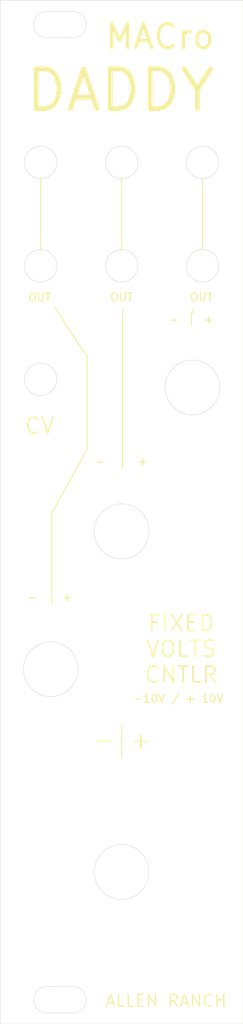
<source format=kicad_pcb>
(kicad_pcb (version 20171130) (host pcbnew "(5.1.6-0)")

  (general
    (thickness 1.6)
    (drawings 60)
    (tracks 0)
    (zones 0)
    (modules 0)
    (nets 1)
  )

  (page A4)
  (layers
    (0 F.Cu signal)
    (31 B.Cu signal)
    (32 B.Adhes user hide)
    (33 F.Adhes user)
    (34 B.Paste user hide)
    (35 F.Paste user hide)
    (36 B.SilkS user hide)
    (37 F.SilkS user)
    (38 B.Mask user hide)
    (39 F.Mask user hide)
    (40 Dwgs.User user hide)
    (41 Cmts.User user hide)
    (42 Eco1.User user hide)
    (43 Eco2.User user hide)
    (44 Edge.Cuts user)
    (45 Margin user hide)
    (46 B.CrtYd user hide)
    (47 F.CrtYd user hide)
    (48 B.Fab user hide)
    (49 F.Fab user hide)
  )

  (setup
    (last_trace_width 0.25)
    (trace_clearance 0.2)
    (zone_clearance 0.508)
    (zone_45_only no)
    (trace_min 0.2)
    (via_size 0.8)
    (via_drill 0.4)
    (via_min_size 0.4)
    (via_min_drill 0.3)
    (uvia_size 0.3)
    (uvia_drill 0.1)
    (uvias_allowed no)
    (uvia_min_size 0.2)
    (uvia_min_drill 0.1)
    (edge_width 0.05)
    (segment_width 0.2)
    (pcb_text_width 0.3)
    (pcb_text_size 1.5 1.5)
    (mod_edge_width 0.12)
    (mod_text_size 1 1)
    (mod_text_width 0.15)
    (pad_size 1.524 1.524)
    (pad_drill 0.762)
    (pad_to_mask_clearance 0.05)
    (aux_axis_origin 0 0)
    (visible_elements FFFFFF7F)
    (pcbplotparams
      (layerselection 0x010fc_ffffffff)
      (usegerberextensions false)
      (usegerberattributes true)
      (usegerberadvancedattributes true)
      (creategerberjobfile true)
      (excludeedgelayer true)
      (linewidth 0.100000)
      (plotframeref false)
      (viasonmask false)
      (mode 1)
      (useauxorigin false)
      (hpglpennumber 1)
      (hpglpenspeed 20)
      (hpglpendiameter 15.000000)
      (psnegative false)
      (psa4output false)
      (plotreference true)
      (plotvalue true)
      (plotinvisibletext false)
      (padsonsilk false)
      (subtractmaskfromsilk false)
      (outputformat 5)
      (mirror false)
      (drillshape 0)
      (scaleselection 1)
      (outputdirectory "Macro Panel Gerbers/"))
  )

  (net 0 "")

  (net_class Default "This is the default net class."
    (clearance 0.2)
    (trace_width 0.25)
    (via_dia 0.8)
    (via_drill 0.4)
    (uvia_dia 0.3)
    (uvia_drill 0.1)
  )

  (gr_line (start 82.423 71.628) (end 82.804 70.866) (layer F.SilkS) (width 0.12))
  (gr_text OUT (at 83.693 69.469) (layer F.SilkS)
    (effects (font (size 1 1) (thickness 0.15)))
  )
  (gr_text OUT (at 73.66 69.469) (layer F.SilkS)
    (effects (font (size 1 1) (thickness 0.15)))
  )
  (gr_text OUT (at 63.373 69.469) (layer F.SilkS)
    (effects (font (size 1 1) (thickness 0.15)))
  )
  (gr_line (start 83.82 54.61) (end 83.82 63.5) (layer F.SilkS) (width 0.12))
  (gr_line (start 73.66 54.61) (end 73.66 63.627) (layer F.SilkS) (width 0.12))
  (gr_line (start 63.5 54.737) (end 63.5 63.5) (layer F.SilkS) (width 0.12))
  (gr_line (start 63.5 63.119) (end 63.5 54.991) (layer Dwgs.User) (width 0.15))
  (gr_text "-10V / + 10V" (at 80.772 119.761) (layer F.SilkS)
    (effects (font (size 1 1) (thickness 0.15)))
  )
  (gr_text "FIXED\nVOLTS\nCNTLR\n" (at 81.153 113.538) (layer F.SilkS)
    (effects (font (size 2 2) (thickness 0.2)))
  )
  (gr_text - (at 71.374 124.968) (layer F.SilkS)
    (effects (font (size 2 2) (thickness 0.2)))
  )
  (gr_text + (at 76.073 124.968) (layer F.SilkS)
    (effects (font (size 2 2) (thickness 0.2)))
  )
  (gr_line (start 73.66 127.127) (end 73.66 123.063) (layer F.SilkS) (width 0.12))
  (gr_line (start 69.342 88.519) (end 64.897 96.52) (layer F.SilkS) (width 0.12) (tstamp 638921BD))
  (gr_line (start 82.423 73.025) (end 82.423 71.628) (layer F.SilkS) (width 0.12))
  (gr_text - (at 62.484 107.061) (layer F.SilkS)
    (effects (font (size 1 1) (thickness 0.15)))
  )
  (gr_text - (at 70.993 90.043) (layer F.SilkS)
    (effects (font (size 1 1) (thickness 0.15)))
  )
  (gr_text - (at 80.264 72.263) (layer F.SilkS)
    (effects (font (size 1 1) (thickness 0.15)))
  )
  (gr_text + (at 84.582 72.263) (layer F.SilkS)
    (effects (font (size 1 1) (thickness 0.15)))
  )
  (gr_text + (at 76.327 90.043) (layer F.SilkS)
    (effects (font (size 1 1) (thickness 0.15)))
  )
  (gr_text + (at 66.802 107.061) (layer F.SilkS)
    (effects (font (size 1 1) (thickness 0.15)))
  )
  (gr_line (start 64.897 96.52) (end 64.897 107.823) (layer F.SilkS) (width 0.12))
  (gr_line (start 69.342 76.962) (end 69.342 88.519) (layer F.SilkS) (width 0.12))
  (gr_line (start 65.278 70.739) (end 69.342 76.962) (layer F.SilkS) (width 0.12))
  (gr_line (start 73.787 90.932) (end 73.787 70.866) (layer F.SilkS) (width 0.12))
  (gr_text CV (at 63.373 85.598) (layer F.SilkS)
    (effects (font (size 2 2) (thickness 0.2)))
  )
  (gr_text "ALLEN RANCH" (at 79.248 157.607) (layer F.SilkS)
    (effects (font (size 1.5 1.5) (thickness 0.15)))
  )
  (gr_text MACro (at 78.486 36.83) (layer F.SilkS)
    (effects (font (size 3 3) (thickness 0.4)))
  )
  (gr_text DADDY (at 73.533 43.561) (layer F.SilkS)
    (effects (font (size 5 5) (thickness 0.6)))
  )
  (gr_arc (start 67.564 35.306) (end 67.564 36.961877) (angle -180) (layer Edge.Cuts) (width 0.05))
  (gr_arc (start 64.262 35.306) (end 64.262 33.655) (angle -180) (layer Edge.Cuts) (width 0.05))
  (gr_arc (start 67.564 157.48) (end 67.564 159.135877) (angle -180) (layer Edge.Cuts) (width 0.05))
  (gr_arc (start 64.262 157.48) (end 64.262 155.829) (angle -180) (layer Edge.Cuts) (width 0.05))
  (gr_line (start 64.262 155.829) (end 67.564 155.824123) (layer Edge.Cuts) (width 0.05) (tstamp 63892157))
  (gr_line (start 64.262 159.131) (end 67.564 159.135877) (layer Edge.Cuts) (width 0.05) (tstamp 63892160))
  (gr_line (start 64.262 36.957) (end 67.564 36.961877) (layer Edge.Cuts) (width 0.05) (tstamp 63892126))
  (gr_line (start 64.262 33.655) (end 67.564 33.650123) (layer Edge.Cuts) (width 0.05) (tstamp 63892125))
  (gr_line (start 88.9 160.528) (end 58.42 160.528) (layer Edge.Cuts) (width 0.05) (tstamp 63892123))
  (gr_line (start 88.9 146.558) (end 88.9 160.528) (layer Edge.Cuts) (width 0.05))
  (gr_line (start 58.42 146.558) (end 58.42 160.528) (layer Edge.Cuts) (width 0.05))
  (gr_line (start 88.9 32.258) (end 58.42 32.258) (layer Edge.Cuts) (width 0.05) (tstamp 63892122))
  (gr_line (start 88.9 46.228) (end 88.9 32.258) (layer Edge.Cuts) (width 0.05))
  (gr_line (start 58.42 46.228) (end 58.42 32.258) (layer Edge.Cuts) (width 0.05))
  (gr_circle (center 73.66 141.478) (end 77.089 141.605) (layer Edge.Cuts) (width 0.05))
  (gr_circle (center 64.77 116.078) (end 68.199 116.205) (layer Edge.Cuts) (width 0.05))
  (gr_circle (center 73.66 98.806) (end 77.089 99.187) (layer Edge.Cuts) (width 0.05))
  (gr_circle (center 82.55 80.772) (end 85.979 80.899) (layer Edge.Cuts) (width 0.05))
  (gr_circle (center 63.5 79.756) (end 65.532 79.756) (layer Edge.Cuts) (width 0.05))
  (gr_circle (center 63.5 65.532) (end 65.532 65.532) (layer Edge.Cuts) (width 0.05))
  (gr_circle (center 73.66 65.532) (end 75.692 65.532) (layer Edge.Cuts) (width 0.05))
  (gr_circle (center 83.82 65.532) (end 85.852 65.532) (layer Edge.Cuts) (width 0.05))
  (gr_circle (center 83.82 52.578) (end 85.852 52.578) (layer Edge.Cuts) (width 0.05))
  (gr_circle (center 73.66 52.578) (end 71.628 52.578) (layer Edge.Cuts) (width 0.05))
  (gr_circle (center 63.5 52.578) (end 65.532 52.451) (layer Edge.Cuts) (width 0.05))
  (gr_circle (center 73.66 141.478) (end 74.93 154.178) (layer Dwgs.User) (width 0.15))
  (gr_circle (center 82.55 80.772) (end 76.2 79.502) (layer Dwgs.User) (width 0.15))
  (gr_circle (center 64.77 116.078) (end 71.12 117.348) (layer Dwgs.User) (width 0.15))
  (gr_circle (center 73.66 98.806) (end 67.31 98.806) (layer Dwgs.User) (width 0.15))
  (gr_line (start 88.9 146.558) (end 88.9 46.228) (layer Edge.Cuts) (width 0.05) (tstamp 6387D3E8))
  (gr_line (start 58.42 46.228) (end 58.42 146.558) (layer Edge.Cuts) (width 0.05))

)

</source>
